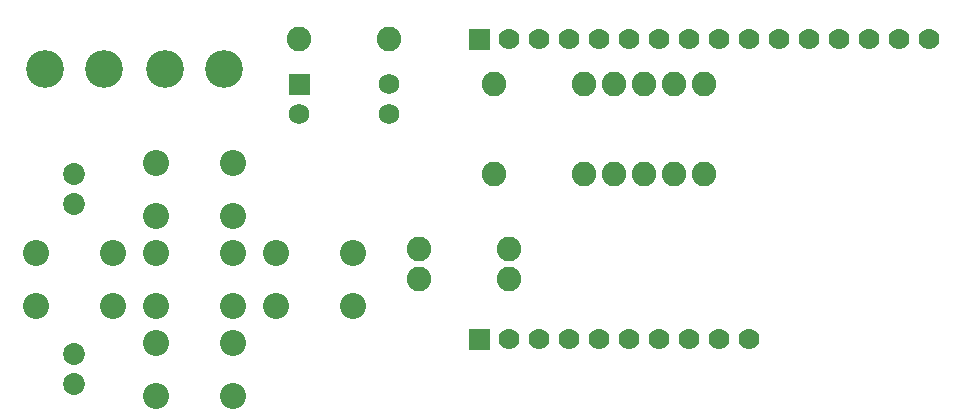
<source format=gbs>
G04 Layer: BottomSolderMaskLayer*
G04 EasyEDA v6.2.41, 2019-09-03T13:48:55+02:00*
G04 4dfbed0a4eda46c7a6514823fcc72b66,879760294d1340eaa32df08d3cb52a74,10*
G04 Gerber Generator version 0.2*
G04 Scale: 100 percent, Rotated: No, Reflected: No *
G04 Dimensions in inches *
G04 leading zeros omitted , absolute positions ,2 integer and 4 decimal *
%FSLAX24Y24*%
%MOIN*%
G90*
G70D02*

%ADD25C,0.068000*%
%ADD26C,0.082000*%
%ADD27C,0.126110*%
%ADD28C,0.086740*%
%ADD29C,0.073000*%
%ADD31C,0.070000*%

%LPD*%
G36*
G01X9160Y10759D02*
G01X9160Y11440D01*
G01X9839Y11440D01*
G01X9839Y10759D01*
G01X9160Y10759D01*
G37*
G54D25*
G01X9500Y10100D03*
G01X12500Y10100D03*
G01X12500Y11100D03*
G54D26*
G01X9500Y12600D03*
G01X12500Y12600D03*
G54D27*
G01X2984Y11600D03*
G01X1015Y11600D03*
G54D26*
G01X16000Y11100D03*
G01X16000Y8100D03*
G54D28*
G01X4720Y6714D03*
G01X7279Y6714D03*
G01X7279Y8485D03*
G01X4720Y8485D03*
G01X4720Y714D03*
G01X7279Y714D03*
G01X7279Y2485D03*
G01X4720Y2485D03*
G01X720Y3714D03*
G01X3279Y3714D03*
G01X3279Y5485D03*
G01X720Y5485D03*
G01X4720Y3714D03*
G01X7279Y3714D03*
G01X7279Y5485D03*
G01X4720Y5485D03*
G01X8720Y3714D03*
G01X11279Y3714D03*
G01X11279Y5485D03*
G01X8720Y5485D03*
G54D26*
G01X19000Y11100D03*
G01X19000Y8100D03*
G01X20000Y11100D03*
G01X20000Y8100D03*
G01X21000Y11100D03*
G01X21000Y8100D03*
G01X22000Y11100D03*
G01X22000Y8100D03*
G01X23000Y11100D03*
G01X23000Y8100D03*
G01X13500Y4600D03*
G01X16500Y4600D03*
G01X13500Y5600D03*
G01X16500Y5600D03*
G54D29*
G01X2000Y7100D03*
G01X2000Y8100D03*
G01X2000Y1100D03*
G01X2000Y2100D03*
G54D27*
G01X6984Y11600D03*
G01X5015Y11600D03*
G36*
G01X15150Y12250D02*
G01X15150Y12950D01*
G01X15850Y12950D01*
G01X15850Y12250D01*
G01X15150Y12250D01*
G37*
G54D31*
G01X16500Y12600D03*
G01X17500Y12600D03*
G01X18500Y12600D03*
G01X19500Y12600D03*
G01X20500Y12600D03*
G01X21500Y12600D03*
G01X22500Y12600D03*
G01X23500Y12600D03*
G01X24500Y12600D03*
G01X25500Y12600D03*
G01X26500Y12600D03*
G01X27500Y12600D03*
G01X28500Y12600D03*
G01X29500Y12600D03*
G01X30500Y12600D03*
G01X24500Y2600D03*
G01X23500Y2600D03*
G01X22500Y2600D03*
G01X21500Y2600D03*
G01X20500Y2600D03*
G01X19500Y2600D03*
G01X18500Y2600D03*
G01X17500Y2600D03*
G01X16500Y2600D03*
G36*
G01X15150Y2250D02*
G01X15150Y2950D01*
G01X15850Y2950D01*
G01X15850Y2250D01*
G01X15150Y2250D01*
G37*
M00*
M02*

</source>
